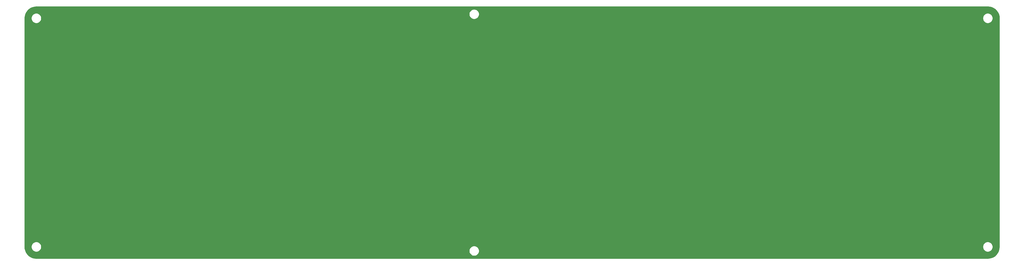
<source format=gbl>
G04 #@! TF.GenerationSoftware,KiCad,Pcbnew,(5.1.9)-1*
G04 #@! TF.CreationDate,2021-06-14T10:16:08-04:00*
G04 #@! TF.ProjectId,kastenwagen-bottom-plate,6b617374-656e-4776-9167-656e2d626f74,rev?*
G04 #@! TF.SameCoordinates,Original*
G04 #@! TF.FileFunction,Copper,L2,Bot*
G04 #@! TF.FilePolarity,Positive*
%FSLAX46Y46*%
G04 Gerber Fmt 4.6, Leading zero omitted, Abs format (unit mm)*
G04 Created by KiCad (PCBNEW (5.1.9)-1) date 2021-06-14 10:16:08*
%MOMM*%
%LPD*%
G01*
G04 APERTURE LIST*
G04 #@! TA.AperFunction,NonConductor*
%ADD10C,0.254000*%
G04 #@! TD*
G04 #@! TA.AperFunction,NonConductor*
%ADD11C,0.020000*%
G04 #@! TD*
G04 APERTURE END LIST*
D10*
X366254747Y-5305281D02*
X366985643Y-5505231D01*
X367669575Y-5831450D01*
X368284928Y-6273626D01*
X368812259Y-6817789D01*
X369234886Y-7446726D01*
X369539463Y-8140570D01*
X369717715Y-8883039D01*
X369765001Y-9526963D01*
X369765000Y-93967269D01*
X369694719Y-94754748D01*
X369494769Y-95485643D01*
X369168550Y-96169575D01*
X368726374Y-96784928D01*
X368182211Y-97312259D01*
X367553274Y-97734886D01*
X366859429Y-98039464D01*
X366116961Y-98217714D01*
X365473051Y-98265000D01*
X14032731Y-98265000D01*
X13245252Y-98194719D01*
X12514357Y-97994769D01*
X11830425Y-97668550D01*
X11215072Y-97226374D01*
X10687741Y-96682211D01*
X10265114Y-96053274D01*
X9960536Y-95359429D01*
X9782286Y-94616961D01*
X9735000Y-93973051D01*
X9735000Y-93815728D01*
X12129053Y-93815728D01*
X12129053Y-94184272D01*
X12200952Y-94545735D01*
X12341988Y-94886226D01*
X12546740Y-95192659D01*
X12807341Y-95453260D01*
X13113774Y-95658012D01*
X13454265Y-95799048D01*
X13815728Y-95870947D01*
X14184272Y-95870947D01*
X14545735Y-95799048D01*
X14886226Y-95658012D01*
X15192659Y-95453260D01*
X15330191Y-95315728D01*
X173879053Y-95315728D01*
X173879053Y-95684272D01*
X173950952Y-96045735D01*
X174091988Y-96386226D01*
X174296740Y-96692659D01*
X174557341Y-96953260D01*
X174863774Y-97158012D01*
X175204265Y-97299048D01*
X175565728Y-97370947D01*
X175934272Y-97370947D01*
X176295735Y-97299048D01*
X176636226Y-97158012D01*
X176942659Y-96953260D01*
X177203260Y-96692659D01*
X177408012Y-96386226D01*
X177549048Y-96045735D01*
X177620947Y-95684272D01*
X177620947Y-95315728D01*
X177549048Y-94954265D01*
X177408012Y-94613774D01*
X177203260Y-94307341D01*
X176942659Y-94046740D01*
X176636226Y-93841988D01*
X176572829Y-93815728D01*
X363629053Y-93815728D01*
X363629053Y-94184272D01*
X363700952Y-94545735D01*
X363841988Y-94886226D01*
X364046740Y-95192659D01*
X364307341Y-95453260D01*
X364613774Y-95658012D01*
X364954265Y-95799048D01*
X365315728Y-95870947D01*
X365684272Y-95870947D01*
X366045735Y-95799048D01*
X366386226Y-95658012D01*
X366692659Y-95453260D01*
X366953260Y-95192659D01*
X367158012Y-94886226D01*
X367299048Y-94545735D01*
X367370947Y-94184272D01*
X367370947Y-93815728D01*
X367299048Y-93454265D01*
X367158012Y-93113774D01*
X366953260Y-92807341D01*
X366692659Y-92546740D01*
X366386226Y-92341988D01*
X366045735Y-92200952D01*
X365684272Y-92129053D01*
X365315728Y-92129053D01*
X364954265Y-92200952D01*
X364613774Y-92341988D01*
X364307341Y-92546740D01*
X364046740Y-92807341D01*
X363841988Y-93113774D01*
X363700952Y-93454265D01*
X363629053Y-93815728D01*
X176572829Y-93815728D01*
X176295735Y-93700952D01*
X175934272Y-93629053D01*
X175565728Y-93629053D01*
X175204265Y-93700952D01*
X174863774Y-93841988D01*
X174557341Y-94046740D01*
X174296740Y-94307341D01*
X174091988Y-94613774D01*
X173950952Y-94954265D01*
X173879053Y-95315728D01*
X15330191Y-95315728D01*
X15453260Y-95192659D01*
X15658012Y-94886226D01*
X15799048Y-94545735D01*
X15870947Y-94184272D01*
X15870947Y-93815728D01*
X15799048Y-93454265D01*
X15658012Y-93113774D01*
X15453260Y-92807341D01*
X15192659Y-92546740D01*
X14886226Y-92341988D01*
X14545735Y-92200952D01*
X14184272Y-92129053D01*
X13815728Y-92129053D01*
X13454265Y-92200952D01*
X13113774Y-92341988D01*
X12807341Y-92546740D01*
X12546740Y-92807341D01*
X12341988Y-93113774D01*
X12200952Y-93454265D01*
X12129053Y-93815728D01*
X9735000Y-93815728D01*
X9735000Y-9532731D01*
X9754367Y-9315728D01*
X12129053Y-9315728D01*
X12129053Y-9684272D01*
X12200952Y-10045735D01*
X12341988Y-10386226D01*
X12546740Y-10692659D01*
X12807341Y-10953260D01*
X13113774Y-11158012D01*
X13454265Y-11299048D01*
X13815728Y-11370947D01*
X14184272Y-11370947D01*
X14545735Y-11299048D01*
X14886226Y-11158012D01*
X15192659Y-10953260D01*
X15453260Y-10692659D01*
X15658012Y-10386226D01*
X15799048Y-10045735D01*
X15870947Y-9684272D01*
X15870947Y-9315728D01*
X15799048Y-8954265D01*
X15658012Y-8613774D01*
X15453260Y-8307341D01*
X15192659Y-8046740D01*
X14886226Y-7841988D01*
X14822829Y-7815728D01*
X173879053Y-7815728D01*
X173879053Y-8184272D01*
X173950952Y-8545735D01*
X174091988Y-8886226D01*
X174296740Y-9192659D01*
X174557341Y-9453260D01*
X174863774Y-9658012D01*
X175204265Y-9799048D01*
X175565728Y-9870947D01*
X175934272Y-9870947D01*
X176295735Y-9799048D01*
X176636226Y-9658012D01*
X176942659Y-9453260D01*
X177080191Y-9315728D01*
X363629053Y-9315728D01*
X363629053Y-9684272D01*
X363700952Y-10045735D01*
X363841988Y-10386226D01*
X364046740Y-10692659D01*
X364307341Y-10953260D01*
X364613774Y-11158012D01*
X364954265Y-11299048D01*
X365315728Y-11370947D01*
X365684272Y-11370947D01*
X366045735Y-11299048D01*
X366386226Y-11158012D01*
X366692659Y-10953260D01*
X366953260Y-10692659D01*
X367158012Y-10386226D01*
X367299048Y-10045735D01*
X367370947Y-9684272D01*
X367370947Y-9315728D01*
X367299048Y-8954265D01*
X367158012Y-8613774D01*
X366953260Y-8307341D01*
X366692659Y-8046740D01*
X366386226Y-7841988D01*
X366045735Y-7700952D01*
X365684272Y-7629053D01*
X365315728Y-7629053D01*
X364954265Y-7700952D01*
X364613774Y-7841988D01*
X364307341Y-8046740D01*
X364046740Y-8307341D01*
X363841988Y-8613774D01*
X363700952Y-8954265D01*
X363629053Y-9315728D01*
X177080191Y-9315728D01*
X177203260Y-9192659D01*
X177408012Y-8886226D01*
X177549048Y-8545735D01*
X177620947Y-8184272D01*
X177620947Y-7815728D01*
X177549048Y-7454265D01*
X177408012Y-7113774D01*
X177203260Y-6807341D01*
X176942659Y-6546740D01*
X176636226Y-6341988D01*
X176295735Y-6200952D01*
X175934272Y-6129053D01*
X175565728Y-6129053D01*
X175204265Y-6200952D01*
X174863774Y-6341988D01*
X174557341Y-6546740D01*
X174296740Y-6807341D01*
X174091988Y-7113774D01*
X173950952Y-7454265D01*
X173879053Y-7815728D01*
X14822829Y-7815728D01*
X14545735Y-7700952D01*
X14184272Y-7629053D01*
X13815728Y-7629053D01*
X13454265Y-7700952D01*
X13113774Y-7841988D01*
X12807341Y-8046740D01*
X12546740Y-8307341D01*
X12341988Y-8613774D01*
X12200952Y-8954265D01*
X12129053Y-9315728D01*
X9754367Y-9315728D01*
X9805281Y-8745253D01*
X10005231Y-8014357D01*
X10331450Y-7330425D01*
X10773626Y-6715072D01*
X11317789Y-6187741D01*
X11946726Y-5765114D01*
X12640570Y-5460537D01*
X13383039Y-5282285D01*
X14026949Y-5235000D01*
X365467269Y-5235000D01*
X366254747Y-5305281D01*
G04 #@! TA.AperFunction,NonConductor*
D11*
G36*
X366254747Y-5305281D02*
G01*
X366985643Y-5505231D01*
X367669575Y-5831450D01*
X368284928Y-6273626D01*
X368812259Y-6817789D01*
X369234886Y-7446726D01*
X369539463Y-8140570D01*
X369717715Y-8883039D01*
X369765001Y-9526963D01*
X369765000Y-93967269D01*
X369694719Y-94754748D01*
X369494769Y-95485643D01*
X369168550Y-96169575D01*
X368726374Y-96784928D01*
X368182211Y-97312259D01*
X367553274Y-97734886D01*
X366859429Y-98039464D01*
X366116961Y-98217714D01*
X365473051Y-98265000D01*
X14032731Y-98265000D01*
X13245252Y-98194719D01*
X12514357Y-97994769D01*
X11830425Y-97668550D01*
X11215072Y-97226374D01*
X10687741Y-96682211D01*
X10265114Y-96053274D01*
X9960536Y-95359429D01*
X9782286Y-94616961D01*
X9735000Y-93973051D01*
X9735000Y-93815728D01*
X12129053Y-93815728D01*
X12129053Y-94184272D01*
X12200952Y-94545735D01*
X12341988Y-94886226D01*
X12546740Y-95192659D01*
X12807341Y-95453260D01*
X13113774Y-95658012D01*
X13454265Y-95799048D01*
X13815728Y-95870947D01*
X14184272Y-95870947D01*
X14545735Y-95799048D01*
X14886226Y-95658012D01*
X15192659Y-95453260D01*
X15330191Y-95315728D01*
X173879053Y-95315728D01*
X173879053Y-95684272D01*
X173950952Y-96045735D01*
X174091988Y-96386226D01*
X174296740Y-96692659D01*
X174557341Y-96953260D01*
X174863774Y-97158012D01*
X175204265Y-97299048D01*
X175565728Y-97370947D01*
X175934272Y-97370947D01*
X176295735Y-97299048D01*
X176636226Y-97158012D01*
X176942659Y-96953260D01*
X177203260Y-96692659D01*
X177408012Y-96386226D01*
X177549048Y-96045735D01*
X177620947Y-95684272D01*
X177620947Y-95315728D01*
X177549048Y-94954265D01*
X177408012Y-94613774D01*
X177203260Y-94307341D01*
X176942659Y-94046740D01*
X176636226Y-93841988D01*
X176572829Y-93815728D01*
X363629053Y-93815728D01*
X363629053Y-94184272D01*
X363700952Y-94545735D01*
X363841988Y-94886226D01*
X364046740Y-95192659D01*
X364307341Y-95453260D01*
X364613774Y-95658012D01*
X364954265Y-95799048D01*
X365315728Y-95870947D01*
X365684272Y-95870947D01*
X366045735Y-95799048D01*
X366386226Y-95658012D01*
X366692659Y-95453260D01*
X366953260Y-95192659D01*
X367158012Y-94886226D01*
X367299048Y-94545735D01*
X367370947Y-94184272D01*
X367370947Y-93815728D01*
X367299048Y-93454265D01*
X367158012Y-93113774D01*
X366953260Y-92807341D01*
X366692659Y-92546740D01*
X366386226Y-92341988D01*
X366045735Y-92200952D01*
X365684272Y-92129053D01*
X365315728Y-92129053D01*
X364954265Y-92200952D01*
X364613774Y-92341988D01*
X364307341Y-92546740D01*
X364046740Y-92807341D01*
X363841988Y-93113774D01*
X363700952Y-93454265D01*
X363629053Y-93815728D01*
X176572829Y-93815728D01*
X176295735Y-93700952D01*
X175934272Y-93629053D01*
X175565728Y-93629053D01*
X175204265Y-93700952D01*
X174863774Y-93841988D01*
X174557341Y-94046740D01*
X174296740Y-94307341D01*
X174091988Y-94613774D01*
X173950952Y-94954265D01*
X173879053Y-95315728D01*
X15330191Y-95315728D01*
X15453260Y-95192659D01*
X15658012Y-94886226D01*
X15799048Y-94545735D01*
X15870947Y-94184272D01*
X15870947Y-93815728D01*
X15799048Y-93454265D01*
X15658012Y-93113774D01*
X15453260Y-92807341D01*
X15192659Y-92546740D01*
X14886226Y-92341988D01*
X14545735Y-92200952D01*
X14184272Y-92129053D01*
X13815728Y-92129053D01*
X13454265Y-92200952D01*
X13113774Y-92341988D01*
X12807341Y-92546740D01*
X12546740Y-92807341D01*
X12341988Y-93113774D01*
X12200952Y-93454265D01*
X12129053Y-93815728D01*
X9735000Y-93815728D01*
X9735000Y-9532731D01*
X9754367Y-9315728D01*
X12129053Y-9315728D01*
X12129053Y-9684272D01*
X12200952Y-10045735D01*
X12341988Y-10386226D01*
X12546740Y-10692659D01*
X12807341Y-10953260D01*
X13113774Y-11158012D01*
X13454265Y-11299048D01*
X13815728Y-11370947D01*
X14184272Y-11370947D01*
X14545735Y-11299048D01*
X14886226Y-11158012D01*
X15192659Y-10953260D01*
X15453260Y-10692659D01*
X15658012Y-10386226D01*
X15799048Y-10045735D01*
X15870947Y-9684272D01*
X15870947Y-9315728D01*
X15799048Y-8954265D01*
X15658012Y-8613774D01*
X15453260Y-8307341D01*
X15192659Y-8046740D01*
X14886226Y-7841988D01*
X14822829Y-7815728D01*
X173879053Y-7815728D01*
X173879053Y-8184272D01*
X173950952Y-8545735D01*
X174091988Y-8886226D01*
X174296740Y-9192659D01*
X174557341Y-9453260D01*
X174863774Y-9658012D01*
X175204265Y-9799048D01*
X175565728Y-9870947D01*
X175934272Y-9870947D01*
X176295735Y-9799048D01*
X176636226Y-9658012D01*
X176942659Y-9453260D01*
X177080191Y-9315728D01*
X363629053Y-9315728D01*
X363629053Y-9684272D01*
X363700952Y-10045735D01*
X363841988Y-10386226D01*
X364046740Y-10692659D01*
X364307341Y-10953260D01*
X364613774Y-11158012D01*
X364954265Y-11299048D01*
X365315728Y-11370947D01*
X365684272Y-11370947D01*
X366045735Y-11299048D01*
X366386226Y-11158012D01*
X366692659Y-10953260D01*
X366953260Y-10692659D01*
X367158012Y-10386226D01*
X367299048Y-10045735D01*
X367370947Y-9684272D01*
X367370947Y-9315728D01*
X367299048Y-8954265D01*
X367158012Y-8613774D01*
X366953260Y-8307341D01*
X366692659Y-8046740D01*
X366386226Y-7841988D01*
X366045735Y-7700952D01*
X365684272Y-7629053D01*
X365315728Y-7629053D01*
X364954265Y-7700952D01*
X364613774Y-7841988D01*
X364307341Y-8046740D01*
X364046740Y-8307341D01*
X363841988Y-8613774D01*
X363700952Y-8954265D01*
X363629053Y-9315728D01*
X177080191Y-9315728D01*
X177203260Y-9192659D01*
X177408012Y-8886226D01*
X177549048Y-8545735D01*
X177620947Y-8184272D01*
X177620947Y-7815728D01*
X177549048Y-7454265D01*
X177408012Y-7113774D01*
X177203260Y-6807341D01*
X176942659Y-6546740D01*
X176636226Y-6341988D01*
X176295735Y-6200952D01*
X175934272Y-6129053D01*
X175565728Y-6129053D01*
X175204265Y-6200952D01*
X174863774Y-6341988D01*
X174557341Y-6546740D01*
X174296740Y-6807341D01*
X174091988Y-7113774D01*
X173950952Y-7454265D01*
X173879053Y-7815728D01*
X14822829Y-7815728D01*
X14545735Y-7700952D01*
X14184272Y-7629053D01*
X13815728Y-7629053D01*
X13454265Y-7700952D01*
X13113774Y-7841988D01*
X12807341Y-8046740D01*
X12546740Y-8307341D01*
X12341988Y-8613774D01*
X12200952Y-8954265D01*
X12129053Y-9315728D01*
X9754367Y-9315728D01*
X9805281Y-8745253D01*
X10005231Y-8014357D01*
X10331450Y-7330425D01*
X10773626Y-6715072D01*
X11317789Y-6187741D01*
X11946726Y-5765114D01*
X12640570Y-5460537D01*
X13383039Y-5282285D01*
X14026949Y-5235000D01*
X365467269Y-5235000D01*
X366254747Y-5305281D01*
G37*
G04 #@! TD.AperFunction*
M02*

</source>
